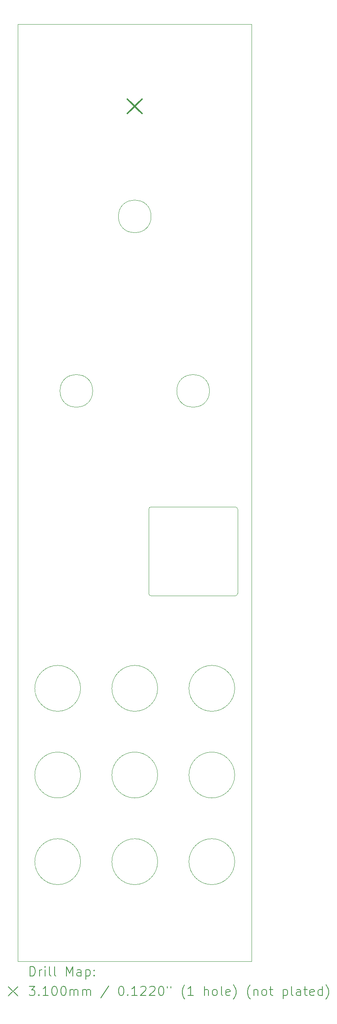
<source format=gbr>
%TF.GenerationSoftware,KiCad,Pcbnew,8.0.5*%
%TF.CreationDate,2024-12-04T18:24:07+01:00*%
%TF.ProjectId,DMH_S_H_Noise_PANEL,444d485f-535f-4485-9f4e-6f6973655f50,rev?*%
%TF.SameCoordinates,Original*%
%TF.FileFunction,Drillmap*%
%TF.FilePolarity,Positive*%
%FSLAX45Y45*%
G04 Gerber Fmt 4.5, Leading zero omitted, Abs format (unit mm)*
G04 Created by KiCad (PCBNEW 8.0.5) date 2024-12-04 18:24:07*
%MOMM*%
%LPD*%
G01*
G04 APERTURE LIST*
%ADD10C,0.050000*%
%ADD11C,0.200000*%
%ADD12C,0.310000*%
G04 APERTURE END LIST*
D10*
X5000000Y-3000000D02*
X10000000Y-3000000D01*
X10000000Y-23000000D01*
X5000000Y-23000000D01*
X5000000Y-3000000D01*
X9100000Y-10825000D02*
G75*
G02*
X8400000Y-10825000I-350000J0D01*
G01*
X8400000Y-10825000D02*
G75*
G02*
X9100000Y-10825000I350000J0D01*
G01*
X6600000Y-10825000D02*
G75*
G02*
X5900000Y-10825000I-350000J0D01*
G01*
X5900000Y-10825000D02*
G75*
G02*
X6600000Y-10825000I350000J0D01*
G01*
X7850000Y-7100000D02*
G75*
G02*
X7150000Y-7100000I-350000J0D01*
G01*
X7150000Y-7100000D02*
G75*
G02*
X7850000Y-7100000I350000J0D01*
G01*
X6340000Y-19025000D02*
G75*
G02*
X5360000Y-19025000I-490000J0D01*
G01*
X5360000Y-19025000D02*
G75*
G02*
X6340000Y-19025000I490000J0D01*
G01*
X7990000Y-19025000D02*
G75*
G02*
X7010000Y-19025000I-490000J0D01*
G01*
X7010000Y-19025000D02*
G75*
G02*
X7990000Y-19025000I490000J0D01*
G01*
X7800000Y-13350000D02*
X7800000Y-15150000D01*
X7850000Y-13300000D02*
X9650000Y-13300000D01*
X7850000Y-15200000D02*
X9650000Y-15200000D01*
X9700000Y-13350000D02*
X9700000Y-15150000D01*
X7800000Y-13350000D02*
G75*
G02*
X7850000Y-13300000I50000J0D01*
G01*
X7850000Y-15200000D02*
G75*
G02*
X7800000Y-15150000I0J50000D01*
G01*
X9650000Y-13300000D02*
G75*
G02*
X9700000Y-13350000I0J-50000D01*
G01*
X9700000Y-15150000D02*
G75*
G02*
X9650000Y-15200000I-50000J0D01*
G01*
X9640000Y-19025000D02*
G75*
G02*
X8660000Y-19025000I-490000J0D01*
G01*
X8660000Y-19025000D02*
G75*
G02*
X9640000Y-19025000I490000J0D01*
G01*
X6340000Y-17175000D02*
G75*
G02*
X5360000Y-17175000I-490000J0D01*
G01*
X5360000Y-17175000D02*
G75*
G02*
X6340000Y-17175000I490000J0D01*
G01*
X6340000Y-20875000D02*
G75*
G02*
X5360000Y-20875000I-490000J0D01*
G01*
X5360000Y-20875000D02*
G75*
G02*
X6340000Y-20875000I490000J0D01*
G01*
X7990000Y-20875000D02*
G75*
G02*
X7010000Y-20875000I-490000J0D01*
G01*
X7010000Y-20875000D02*
G75*
G02*
X7990000Y-20875000I490000J0D01*
G01*
X9640000Y-20875000D02*
G75*
G02*
X8660000Y-20875000I-490000J0D01*
G01*
X8660000Y-20875000D02*
G75*
G02*
X9640000Y-20875000I490000J0D01*
G01*
X7990000Y-17175000D02*
G75*
G02*
X7010000Y-17175000I-490000J0D01*
G01*
X7010000Y-17175000D02*
G75*
G02*
X7990000Y-17175000I490000J0D01*
G01*
X9640000Y-17175000D02*
G75*
G02*
X8660000Y-17175000I-490000J0D01*
G01*
X8660000Y-17175000D02*
G75*
G02*
X9640000Y-17175000I490000J0D01*
G01*
D11*
D12*
X7345000Y-4595000D02*
X7655000Y-4905000D01*
X7655000Y-4595000D02*
X7345000Y-4905000D01*
D11*
X5258277Y-23313984D02*
X5258277Y-23113984D01*
X5258277Y-23113984D02*
X5305896Y-23113984D01*
X5305896Y-23113984D02*
X5334467Y-23123508D01*
X5334467Y-23123508D02*
X5353515Y-23142555D01*
X5353515Y-23142555D02*
X5363039Y-23161603D01*
X5363039Y-23161603D02*
X5372563Y-23199698D01*
X5372563Y-23199698D02*
X5372563Y-23228269D01*
X5372563Y-23228269D02*
X5363039Y-23266365D01*
X5363039Y-23266365D02*
X5353515Y-23285412D01*
X5353515Y-23285412D02*
X5334467Y-23304460D01*
X5334467Y-23304460D02*
X5305896Y-23313984D01*
X5305896Y-23313984D02*
X5258277Y-23313984D01*
X5458277Y-23313984D02*
X5458277Y-23180650D01*
X5458277Y-23218746D02*
X5467801Y-23199698D01*
X5467801Y-23199698D02*
X5477324Y-23190174D01*
X5477324Y-23190174D02*
X5496372Y-23180650D01*
X5496372Y-23180650D02*
X5515420Y-23180650D01*
X5582086Y-23313984D02*
X5582086Y-23180650D01*
X5582086Y-23113984D02*
X5572563Y-23123508D01*
X5572563Y-23123508D02*
X5582086Y-23133031D01*
X5582086Y-23133031D02*
X5591610Y-23123508D01*
X5591610Y-23123508D02*
X5582086Y-23113984D01*
X5582086Y-23113984D02*
X5582086Y-23133031D01*
X5705896Y-23313984D02*
X5686848Y-23304460D01*
X5686848Y-23304460D02*
X5677324Y-23285412D01*
X5677324Y-23285412D02*
X5677324Y-23113984D01*
X5810658Y-23313984D02*
X5791610Y-23304460D01*
X5791610Y-23304460D02*
X5782086Y-23285412D01*
X5782086Y-23285412D02*
X5782086Y-23113984D01*
X6039229Y-23313984D02*
X6039229Y-23113984D01*
X6039229Y-23113984D02*
X6105896Y-23256841D01*
X6105896Y-23256841D02*
X6172562Y-23113984D01*
X6172562Y-23113984D02*
X6172562Y-23313984D01*
X6353515Y-23313984D02*
X6353515Y-23209222D01*
X6353515Y-23209222D02*
X6343991Y-23190174D01*
X6343991Y-23190174D02*
X6324943Y-23180650D01*
X6324943Y-23180650D02*
X6286848Y-23180650D01*
X6286848Y-23180650D02*
X6267801Y-23190174D01*
X6353515Y-23304460D02*
X6334467Y-23313984D01*
X6334467Y-23313984D02*
X6286848Y-23313984D01*
X6286848Y-23313984D02*
X6267801Y-23304460D01*
X6267801Y-23304460D02*
X6258277Y-23285412D01*
X6258277Y-23285412D02*
X6258277Y-23266365D01*
X6258277Y-23266365D02*
X6267801Y-23247317D01*
X6267801Y-23247317D02*
X6286848Y-23237793D01*
X6286848Y-23237793D02*
X6334467Y-23237793D01*
X6334467Y-23237793D02*
X6353515Y-23228269D01*
X6448753Y-23180650D02*
X6448753Y-23380650D01*
X6448753Y-23190174D02*
X6467801Y-23180650D01*
X6467801Y-23180650D02*
X6505896Y-23180650D01*
X6505896Y-23180650D02*
X6524943Y-23190174D01*
X6524943Y-23190174D02*
X6534467Y-23199698D01*
X6534467Y-23199698D02*
X6543991Y-23218746D01*
X6543991Y-23218746D02*
X6543991Y-23275888D01*
X6543991Y-23275888D02*
X6534467Y-23294936D01*
X6534467Y-23294936D02*
X6524943Y-23304460D01*
X6524943Y-23304460D02*
X6505896Y-23313984D01*
X6505896Y-23313984D02*
X6467801Y-23313984D01*
X6467801Y-23313984D02*
X6448753Y-23304460D01*
X6629705Y-23294936D02*
X6639229Y-23304460D01*
X6639229Y-23304460D02*
X6629705Y-23313984D01*
X6629705Y-23313984D02*
X6620182Y-23304460D01*
X6620182Y-23304460D02*
X6629705Y-23294936D01*
X6629705Y-23294936D02*
X6629705Y-23313984D01*
X6629705Y-23190174D02*
X6639229Y-23199698D01*
X6639229Y-23199698D02*
X6629705Y-23209222D01*
X6629705Y-23209222D02*
X6620182Y-23199698D01*
X6620182Y-23199698D02*
X6629705Y-23190174D01*
X6629705Y-23190174D02*
X6629705Y-23209222D01*
X4797500Y-23542500D02*
X4997500Y-23742500D01*
X4997500Y-23542500D02*
X4797500Y-23742500D01*
X5239229Y-23533984D02*
X5363039Y-23533984D01*
X5363039Y-23533984D02*
X5296372Y-23610174D01*
X5296372Y-23610174D02*
X5324944Y-23610174D01*
X5324944Y-23610174D02*
X5343991Y-23619698D01*
X5343991Y-23619698D02*
X5353515Y-23629222D01*
X5353515Y-23629222D02*
X5363039Y-23648269D01*
X5363039Y-23648269D02*
X5363039Y-23695888D01*
X5363039Y-23695888D02*
X5353515Y-23714936D01*
X5353515Y-23714936D02*
X5343991Y-23724460D01*
X5343991Y-23724460D02*
X5324944Y-23733984D01*
X5324944Y-23733984D02*
X5267801Y-23733984D01*
X5267801Y-23733984D02*
X5248753Y-23724460D01*
X5248753Y-23724460D02*
X5239229Y-23714936D01*
X5448753Y-23714936D02*
X5458277Y-23724460D01*
X5458277Y-23724460D02*
X5448753Y-23733984D01*
X5448753Y-23733984D02*
X5439229Y-23724460D01*
X5439229Y-23724460D02*
X5448753Y-23714936D01*
X5448753Y-23714936D02*
X5448753Y-23733984D01*
X5648753Y-23733984D02*
X5534467Y-23733984D01*
X5591610Y-23733984D02*
X5591610Y-23533984D01*
X5591610Y-23533984D02*
X5572563Y-23562555D01*
X5572563Y-23562555D02*
X5553515Y-23581603D01*
X5553515Y-23581603D02*
X5534467Y-23591127D01*
X5772562Y-23533984D02*
X5791610Y-23533984D01*
X5791610Y-23533984D02*
X5810658Y-23543508D01*
X5810658Y-23543508D02*
X5820182Y-23553031D01*
X5820182Y-23553031D02*
X5829705Y-23572079D01*
X5829705Y-23572079D02*
X5839229Y-23610174D01*
X5839229Y-23610174D02*
X5839229Y-23657793D01*
X5839229Y-23657793D02*
X5829705Y-23695888D01*
X5829705Y-23695888D02*
X5820182Y-23714936D01*
X5820182Y-23714936D02*
X5810658Y-23724460D01*
X5810658Y-23724460D02*
X5791610Y-23733984D01*
X5791610Y-23733984D02*
X5772562Y-23733984D01*
X5772562Y-23733984D02*
X5753515Y-23724460D01*
X5753515Y-23724460D02*
X5743991Y-23714936D01*
X5743991Y-23714936D02*
X5734467Y-23695888D01*
X5734467Y-23695888D02*
X5724943Y-23657793D01*
X5724943Y-23657793D02*
X5724943Y-23610174D01*
X5724943Y-23610174D02*
X5734467Y-23572079D01*
X5734467Y-23572079D02*
X5743991Y-23553031D01*
X5743991Y-23553031D02*
X5753515Y-23543508D01*
X5753515Y-23543508D02*
X5772562Y-23533984D01*
X5963039Y-23533984D02*
X5982086Y-23533984D01*
X5982086Y-23533984D02*
X6001134Y-23543508D01*
X6001134Y-23543508D02*
X6010658Y-23553031D01*
X6010658Y-23553031D02*
X6020182Y-23572079D01*
X6020182Y-23572079D02*
X6029705Y-23610174D01*
X6029705Y-23610174D02*
X6029705Y-23657793D01*
X6029705Y-23657793D02*
X6020182Y-23695888D01*
X6020182Y-23695888D02*
X6010658Y-23714936D01*
X6010658Y-23714936D02*
X6001134Y-23724460D01*
X6001134Y-23724460D02*
X5982086Y-23733984D01*
X5982086Y-23733984D02*
X5963039Y-23733984D01*
X5963039Y-23733984D02*
X5943991Y-23724460D01*
X5943991Y-23724460D02*
X5934467Y-23714936D01*
X5934467Y-23714936D02*
X5924943Y-23695888D01*
X5924943Y-23695888D02*
X5915420Y-23657793D01*
X5915420Y-23657793D02*
X5915420Y-23610174D01*
X5915420Y-23610174D02*
X5924943Y-23572079D01*
X5924943Y-23572079D02*
X5934467Y-23553031D01*
X5934467Y-23553031D02*
X5943991Y-23543508D01*
X5943991Y-23543508D02*
X5963039Y-23533984D01*
X6115420Y-23733984D02*
X6115420Y-23600650D01*
X6115420Y-23619698D02*
X6124943Y-23610174D01*
X6124943Y-23610174D02*
X6143991Y-23600650D01*
X6143991Y-23600650D02*
X6172563Y-23600650D01*
X6172563Y-23600650D02*
X6191610Y-23610174D01*
X6191610Y-23610174D02*
X6201134Y-23629222D01*
X6201134Y-23629222D02*
X6201134Y-23733984D01*
X6201134Y-23629222D02*
X6210658Y-23610174D01*
X6210658Y-23610174D02*
X6229705Y-23600650D01*
X6229705Y-23600650D02*
X6258277Y-23600650D01*
X6258277Y-23600650D02*
X6277324Y-23610174D01*
X6277324Y-23610174D02*
X6286848Y-23629222D01*
X6286848Y-23629222D02*
X6286848Y-23733984D01*
X6382086Y-23733984D02*
X6382086Y-23600650D01*
X6382086Y-23619698D02*
X6391610Y-23610174D01*
X6391610Y-23610174D02*
X6410658Y-23600650D01*
X6410658Y-23600650D02*
X6439229Y-23600650D01*
X6439229Y-23600650D02*
X6458277Y-23610174D01*
X6458277Y-23610174D02*
X6467801Y-23629222D01*
X6467801Y-23629222D02*
X6467801Y-23733984D01*
X6467801Y-23629222D02*
X6477324Y-23610174D01*
X6477324Y-23610174D02*
X6496372Y-23600650D01*
X6496372Y-23600650D02*
X6524943Y-23600650D01*
X6524943Y-23600650D02*
X6543991Y-23610174D01*
X6543991Y-23610174D02*
X6553515Y-23629222D01*
X6553515Y-23629222D02*
X6553515Y-23733984D01*
X6943991Y-23524460D02*
X6772563Y-23781603D01*
X7201134Y-23533984D02*
X7220182Y-23533984D01*
X7220182Y-23533984D02*
X7239229Y-23543508D01*
X7239229Y-23543508D02*
X7248753Y-23553031D01*
X7248753Y-23553031D02*
X7258277Y-23572079D01*
X7258277Y-23572079D02*
X7267801Y-23610174D01*
X7267801Y-23610174D02*
X7267801Y-23657793D01*
X7267801Y-23657793D02*
X7258277Y-23695888D01*
X7258277Y-23695888D02*
X7248753Y-23714936D01*
X7248753Y-23714936D02*
X7239229Y-23724460D01*
X7239229Y-23724460D02*
X7220182Y-23733984D01*
X7220182Y-23733984D02*
X7201134Y-23733984D01*
X7201134Y-23733984D02*
X7182086Y-23724460D01*
X7182086Y-23724460D02*
X7172563Y-23714936D01*
X7172563Y-23714936D02*
X7163039Y-23695888D01*
X7163039Y-23695888D02*
X7153515Y-23657793D01*
X7153515Y-23657793D02*
X7153515Y-23610174D01*
X7153515Y-23610174D02*
X7163039Y-23572079D01*
X7163039Y-23572079D02*
X7172563Y-23553031D01*
X7172563Y-23553031D02*
X7182086Y-23543508D01*
X7182086Y-23543508D02*
X7201134Y-23533984D01*
X7353515Y-23714936D02*
X7363039Y-23724460D01*
X7363039Y-23724460D02*
X7353515Y-23733984D01*
X7353515Y-23733984D02*
X7343991Y-23724460D01*
X7343991Y-23724460D02*
X7353515Y-23714936D01*
X7353515Y-23714936D02*
X7353515Y-23733984D01*
X7553515Y-23733984D02*
X7439229Y-23733984D01*
X7496372Y-23733984D02*
X7496372Y-23533984D01*
X7496372Y-23533984D02*
X7477325Y-23562555D01*
X7477325Y-23562555D02*
X7458277Y-23581603D01*
X7458277Y-23581603D02*
X7439229Y-23591127D01*
X7629706Y-23553031D02*
X7639229Y-23543508D01*
X7639229Y-23543508D02*
X7658277Y-23533984D01*
X7658277Y-23533984D02*
X7705896Y-23533984D01*
X7705896Y-23533984D02*
X7724944Y-23543508D01*
X7724944Y-23543508D02*
X7734467Y-23553031D01*
X7734467Y-23553031D02*
X7743991Y-23572079D01*
X7743991Y-23572079D02*
X7743991Y-23591127D01*
X7743991Y-23591127D02*
X7734467Y-23619698D01*
X7734467Y-23619698D02*
X7620182Y-23733984D01*
X7620182Y-23733984D02*
X7743991Y-23733984D01*
X7820182Y-23553031D02*
X7829706Y-23543508D01*
X7829706Y-23543508D02*
X7848753Y-23533984D01*
X7848753Y-23533984D02*
X7896372Y-23533984D01*
X7896372Y-23533984D02*
X7915420Y-23543508D01*
X7915420Y-23543508D02*
X7924944Y-23553031D01*
X7924944Y-23553031D02*
X7934467Y-23572079D01*
X7934467Y-23572079D02*
X7934467Y-23591127D01*
X7934467Y-23591127D02*
X7924944Y-23619698D01*
X7924944Y-23619698D02*
X7810658Y-23733984D01*
X7810658Y-23733984D02*
X7934467Y-23733984D01*
X8058277Y-23533984D02*
X8077325Y-23533984D01*
X8077325Y-23533984D02*
X8096372Y-23543508D01*
X8096372Y-23543508D02*
X8105896Y-23553031D01*
X8105896Y-23553031D02*
X8115420Y-23572079D01*
X8115420Y-23572079D02*
X8124944Y-23610174D01*
X8124944Y-23610174D02*
X8124944Y-23657793D01*
X8124944Y-23657793D02*
X8115420Y-23695888D01*
X8115420Y-23695888D02*
X8105896Y-23714936D01*
X8105896Y-23714936D02*
X8096372Y-23724460D01*
X8096372Y-23724460D02*
X8077325Y-23733984D01*
X8077325Y-23733984D02*
X8058277Y-23733984D01*
X8058277Y-23733984D02*
X8039229Y-23724460D01*
X8039229Y-23724460D02*
X8029706Y-23714936D01*
X8029706Y-23714936D02*
X8020182Y-23695888D01*
X8020182Y-23695888D02*
X8010658Y-23657793D01*
X8010658Y-23657793D02*
X8010658Y-23610174D01*
X8010658Y-23610174D02*
X8020182Y-23572079D01*
X8020182Y-23572079D02*
X8029706Y-23553031D01*
X8029706Y-23553031D02*
X8039229Y-23543508D01*
X8039229Y-23543508D02*
X8058277Y-23533984D01*
X8201134Y-23533984D02*
X8201134Y-23572079D01*
X8277325Y-23533984D02*
X8277325Y-23572079D01*
X8572563Y-23810174D02*
X8563039Y-23800650D01*
X8563039Y-23800650D02*
X8543991Y-23772079D01*
X8543991Y-23772079D02*
X8534468Y-23753031D01*
X8534468Y-23753031D02*
X8524944Y-23724460D01*
X8524944Y-23724460D02*
X8515420Y-23676841D01*
X8515420Y-23676841D02*
X8515420Y-23638746D01*
X8515420Y-23638746D02*
X8524944Y-23591127D01*
X8524944Y-23591127D02*
X8534468Y-23562555D01*
X8534468Y-23562555D02*
X8543991Y-23543508D01*
X8543991Y-23543508D02*
X8563039Y-23514936D01*
X8563039Y-23514936D02*
X8572563Y-23505412D01*
X8753515Y-23733984D02*
X8639230Y-23733984D01*
X8696372Y-23733984D02*
X8696372Y-23533984D01*
X8696372Y-23533984D02*
X8677325Y-23562555D01*
X8677325Y-23562555D02*
X8658277Y-23581603D01*
X8658277Y-23581603D02*
X8639230Y-23591127D01*
X8991611Y-23733984D02*
X8991611Y-23533984D01*
X9077325Y-23733984D02*
X9077325Y-23629222D01*
X9077325Y-23629222D02*
X9067801Y-23610174D01*
X9067801Y-23610174D02*
X9048753Y-23600650D01*
X9048753Y-23600650D02*
X9020182Y-23600650D01*
X9020182Y-23600650D02*
X9001134Y-23610174D01*
X9001134Y-23610174D02*
X8991611Y-23619698D01*
X9201134Y-23733984D02*
X9182087Y-23724460D01*
X9182087Y-23724460D02*
X9172563Y-23714936D01*
X9172563Y-23714936D02*
X9163039Y-23695888D01*
X9163039Y-23695888D02*
X9163039Y-23638746D01*
X9163039Y-23638746D02*
X9172563Y-23619698D01*
X9172563Y-23619698D02*
X9182087Y-23610174D01*
X9182087Y-23610174D02*
X9201134Y-23600650D01*
X9201134Y-23600650D02*
X9229706Y-23600650D01*
X9229706Y-23600650D02*
X9248753Y-23610174D01*
X9248753Y-23610174D02*
X9258277Y-23619698D01*
X9258277Y-23619698D02*
X9267801Y-23638746D01*
X9267801Y-23638746D02*
X9267801Y-23695888D01*
X9267801Y-23695888D02*
X9258277Y-23714936D01*
X9258277Y-23714936D02*
X9248753Y-23724460D01*
X9248753Y-23724460D02*
X9229706Y-23733984D01*
X9229706Y-23733984D02*
X9201134Y-23733984D01*
X9382087Y-23733984D02*
X9363039Y-23724460D01*
X9363039Y-23724460D02*
X9353515Y-23705412D01*
X9353515Y-23705412D02*
X9353515Y-23533984D01*
X9534468Y-23724460D02*
X9515420Y-23733984D01*
X9515420Y-23733984D02*
X9477325Y-23733984D01*
X9477325Y-23733984D02*
X9458277Y-23724460D01*
X9458277Y-23724460D02*
X9448753Y-23705412D01*
X9448753Y-23705412D02*
X9448753Y-23629222D01*
X9448753Y-23629222D02*
X9458277Y-23610174D01*
X9458277Y-23610174D02*
X9477325Y-23600650D01*
X9477325Y-23600650D02*
X9515420Y-23600650D01*
X9515420Y-23600650D02*
X9534468Y-23610174D01*
X9534468Y-23610174D02*
X9543992Y-23629222D01*
X9543992Y-23629222D02*
X9543992Y-23648269D01*
X9543992Y-23648269D02*
X9448753Y-23667317D01*
X9610658Y-23810174D02*
X9620182Y-23800650D01*
X9620182Y-23800650D02*
X9639230Y-23772079D01*
X9639230Y-23772079D02*
X9648753Y-23753031D01*
X9648753Y-23753031D02*
X9658277Y-23724460D01*
X9658277Y-23724460D02*
X9667801Y-23676841D01*
X9667801Y-23676841D02*
X9667801Y-23638746D01*
X9667801Y-23638746D02*
X9658277Y-23591127D01*
X9658277Y-23591127D02*
X9648753Y-23562555D01*
X9648753Y-23562555D02*
X9639230Y-23543508D01*
X9639230Y-23543508D02*
X9620182Y-23514936D01*
X9620182Y-23514936D02*
X9610658Y-23505412D01*
X9972563Y-23810174D02*
X9963039Y-23800650D01*
X9963039Y-23800650D02*
X9943992Y-23772079D01*
X9943992Y-23772079D02*
X9934468Y-23753031D01*
X9934468Y-23753031D02*
X9924944Y-23724460D01*
X9924944Y-23724460D02*
X9915420Y-23676841D01*
X9915420Y-23676841D02*
X9915420Y-23638746D01*
X9915420Y-23638746D02*
X9924944Y-23591127D01*
X9924944Y-23591127D02*
X9934468Y-23562555D01*
X9934468Y-23562555D02*
X9943992Y-23543508D01*
X9943992Y-23543508D02*
X9963039Y-23514936D01*
X9963039Y-23514936D02*
X9972563Y-23505412D01*
X10048753Y-23600650D02*
X10048753Y-23733984D01*
X10048753Y-23619698D02*
X10058277Y-23610174D01*
X10058277Y-23610174D02*
X10077325Y-23600650D01*
X10077325Y-23600650D02*
X10105896Y-23600650D01*
X10105896Y-23600650D02*
X10124944Y-23610174D01*
X10124944Y-23610174D02*
X10134468Y-23629222D01*
X10134468Y-23629222D02*
X10134468Y-23733984D01*
X10258277Y-23733984D02*
X10239230Y-23724460D01*
X10239230Y-23724460D02*
X10229706Y-23714936D01*
X10229706Y-23714936D02*
X10220182Y-23695888D01*
X10220182Y-23695888D02*
X10220182Y-23638746D01*
X10220182Y-23638746D02*
X10229706Y-23619698D01*
X10229706Y-23619698D02*
X10239230Y-23610174D01*
X10239230Y-23610174D02*
X10258277Y-23600650D01*
X10258277Y-23600650D02*
X10286849Y-23600650D01*
X10286849Y-23600650D02*
X10305896Y-23610174D01*
X10305896Y-23610174D02*
X10315420Y-23619698D01*
X10315420Y-23619698D02*
X10324944Y-23638746D01*
X10324944Y-23638746D02*
X10324944Y-23695888D01*
X10324944Y-23695888D02*
X10315420Y-23714936D01*
X10315420Y-23714936D02*
X10305896Y-23724460D01*
X10305896Y-23724460D02*
X10286849Y-23733984D01*
X10286849Y-23733984D02*
X10258277Y-23733984D01*
X10382087Y-23600650D02*
X10458277Y-23600650D01*
X10410658Y-23533984D02*
X10410658Y-23705412D01*
X10410658Y-23705412D02*
X10420182Y-23724460D01*
X10420182Y-23724460D02*
X10439230Y-23733984D01*
X10439230Y-23733984D02*
X10458277Y-23733984D01*
X10677325Y-23600650D02*
X10677325Y-23800650D01*
X10677325Y-23610174D02*
X10696373Y-23600650D01*
X10696373Y-23600650D02*
X10734468Y-23600650D01*
X10734468Y-23600650D02*
X10753515Y-23610174D01*
X10753515Y-23610174D02*
X10763039Y-23619698D01*
X10763039Y-23619698D02*
X10772563Y-23638746D01*
X10772563Y-23638746D02*
X10772563Y-23695888D01*
X10772563Y-23695888D02*
X10763039Y-23714936D01*
X10763039Y-23714936D02*
X10753515Y-23724460D01*
X10753515Y-23724460D02*
X10734468Y-23733984D01*
X10734468Y-23733984D02*
X10696373Y-23733984D01*
X10696373Y-23733984D02*
X10677325Y-23724460D01*
X10886849Y-23733984D02*
X10867801Y-23724460D01*
X10867801Y-23724460D02*
X10858277Y-23705412D01*
X10858277Y-23705412D02*
X10858277Y-23533984D01*
X11048754Y-23733984D02*
X11048754Y-23629222D01*
X11048754Y-23629222D02*
X11039230Y-23610174D01*
X11039230Y-23610174D02*
X11020182Y-23600650D01*
X11020182Y-23600650D02*
X10982087Y-23600650D01*
X10982087Y-23600650D02*
X10963039Y-23610174D01*
X11048754Y-23724460D02*
X11029706Y-23733984D01*
X11029706Y-23733984D02*
X10982087Y-23733984D01*
X10982087Y-23733984D02*
X10963039Y-23724460D01*
X10963039Y-23724460D02*
X10953515Y-23705412D01*
X10953515Y-23705412D02*
X10953515Y-23686365D01*
X10953515Y-23686365D02*
X10963039Y-23667317D01*
X10963039Y-23667317D02*
X10982087Y-23657793D01*
X10982087Y-23657793D02*
X11029706Y-23657793D01*
X11029706Y-23657793D02*
X11048754Y-23648269D01*
X11115420Y-23600650D02*
X11191611Y-23600650D01*
X11143992Y-23533984D02*
X11143992Y-23705412D01*
X11143992Y-23705412D02*
X11153515Y-23724460D01*
X11153515Y-23724460D02*
X11172563Y-23733984D01*
X11172563Y-23733984D02*
X11191611Y-23733984D01*
X11334468Y-23724460D02*
X11315420Y-23733984D01*
X11315420Y-23733984D02*
X11277325Y-23733984D01*
X11277325Y-23733984D02*
X11258277Y-23724460D01*
X11258277Y-23724460D02*
X11248753Y-23705412D01*
X11248753Y-23705412D02*
X11248753Y-23629222D01*
X11248753Y-23629222D02*
X11258277Y-23610174D01*
X11258277Y-23610174D02*
X11277325Y-23600650D01*
X11277325Y-23600650D02*
X11315420Y-23600650D01*
X11315420Y-23600650D02*
X11334468Y-23610174D01*
X11334468Y-23610174D02*
X11343992Y-23629222D01*
X11343992Y-23629222D02*
X11343992Y-23648269D01*
X11343992Y-23648269D02*
X11248753Y-23667317D01*
X11515420Y-23733984D02*
X11515420Y-23533984D01*
X11515420Y-23724460D02*
X11496373Y-23733984D01*
X11496373Y-23733984D02*
X11458277Y-23733984D01*
X11458277Y-23733984D02*
X11439230Y-23724460D01*
X11439230Y-23724460D02*
X11429706Y-23714936D01*
X11429706Y-23714936D02*
X11420182Y-23695888D01*
X11420182Y-23695888D02*
X11420182Y-23638746D01*
X11420182Y-23638746D02*
X11429706Y-23619698D01*
X11429706Y-23619698D02*
X11439230Y-23610174D01*
X11439230Y-23610174D02*
X11458277Y-23600650D01*
X11458277Y-23600650D02*
X11496373Y-23600650D01*
X11496373Y-23600650D02*
X11515420Y-23610174D01*
X11591611Y-23810174D02*
X11601134Y-23800650D01*
X11601134Y-23800650D02*
X11620182Y-23772079D01*
X11620182Y-23772079D02*
X11629706Y-23753031D01*
X11629706Y-23753031D02*
X11639230Y-23724460D01*
X11639230Y-23724460D02*
X11648753Y-23676841D01*
X11648753Y-23676841D02*
X11648753Y-23638746D01*
X11648753Y-23638746D02*
X11639230Y-23591127D01*
X11639230Y-23591127D02*
X11629706Y-23562555D01*
X11629706Y-23562555D02*
X11620182Y-23543508D01*
X11620182Y-23543508D02*
X11601134Y-23514936D01*
X11601134Y-23514936D02*
X11591611Y-23505412D01*
M02*

</source>
